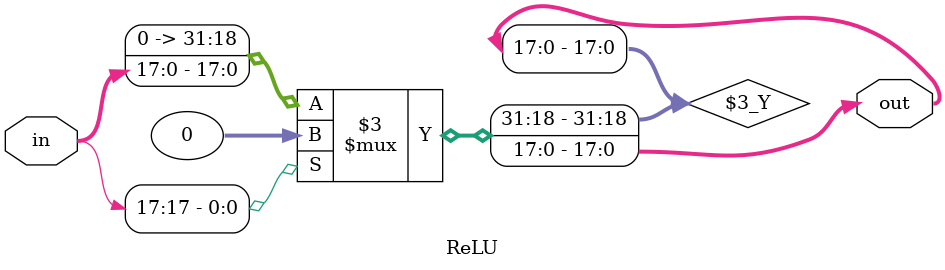
<source format=sv>
`timescale 1ns / 1ps

module ReLU #(
    parameter WIDTH = 18
)(
    input signed [WIDTH-1 : 0] in,
    output signed [WIDTH-1 : 0] out
);
    
    assign out = (in[WIDTH - 1] == 1'b1) ? 'b0 : in;
    
endmodule

</source>
